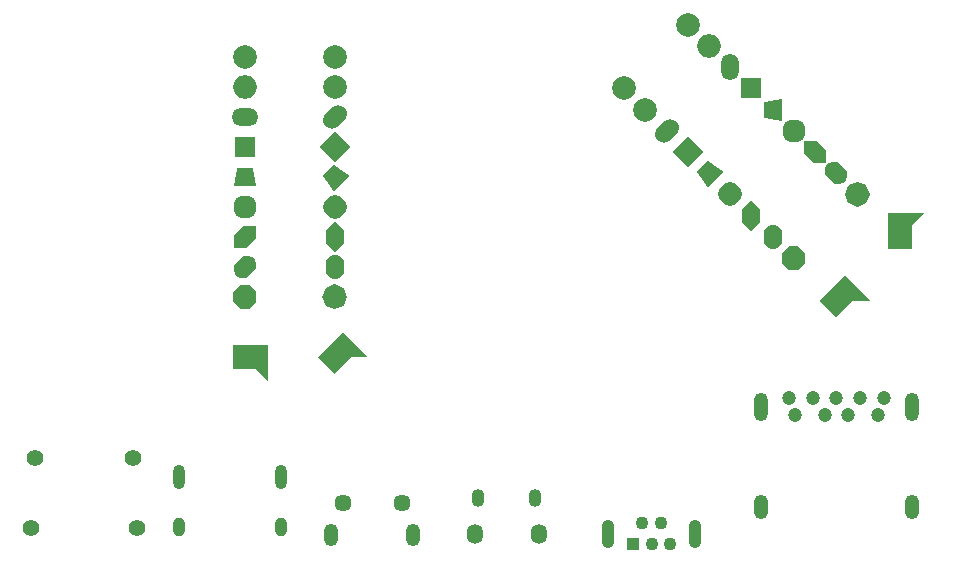
<source format=gbr>
G04 #@! TF.GenerationSoftware,KiCad,Pcbnew,5.99.0-unknown-9424d66d22~106~ubuntu18.04.1*
G04 #@! TF.CreationDate,2021-01-09T19:47:38+08:00*
G04 #@! TF.ProjectId,Flashpads,466c6173-6870-4616-9473-2e6b69636164,rev?*
G04 #@! TF.SameCoordinates,Original*
G04 #@! TF.FileFunction,Copper,L2,Bot*
G04 #@! TF.FilePolarity,Positive*
%FSLAX46Y46*%
G04 Gerber Fmt 4.6, Leading zero omitted, Abs format (unit mm)*
G04 Created by KiCad (PCBNEW 5.99.0-unknown-9424d66d22~106~ubuntu18.04.1) date 2021-01-09 19:47:38*
%MOMM*%
%LPD*%
G01*
G04 APERTURE LIST*
G04 Aperture macros list*
%AMRoundRect*
0 Rectangle with rounded corners*
0 $1 Rounding radius*
0 $2 $3 $4 $5 $6 $7 $8 $9 X,Y pos of 4 corners*
0 Add a 4 corners polygon primitive as box body*
4,1,4,$2,$3,$4,$5,$6,$7,$8,$9,$2,$3,0*
0 Add four circle primitives for the rounded corners*
1,1,$1+$1,$2,$3,0*
1,1,$1+$1,$4,$5,0*
1,1,$1+$1,$6,$7,0*
1,1,$1+$1,$8,$9,0*
0 Add four rect primitives between the rounded corners*
20,1,$1+$1,$2,$3,$4,$5,0*
20,1,$1+$1,$4,$5,$6,$7,0*
20,1,$1+$1,$6,$7,$8,$9,0*
20,1,$1+$1,$8,$9,$2,$3,0*%
%AMHorizOval*
0 Thick line with rounded ends*
0 $1 width*
0 $2 $3 position (X,Y) of the first rounded end (center of the circle)*
0 $4 $5 position (X,Y) of the second rounded end (center of the circle)*
0 Add line between two ends*
20,1,$1,$2,$3,$4,$5,0*
0 Add two circle primitives to create the rounded ends*
1,1,$1,$2,$3,0*
1,1,$1,$4,$5,0*%
%AMRotRect*
0 Rectangle, with rotation*
0 The origin of the aperture is its center*
0 $1 length*
0 $2 width*
0 $3 Rotation angle, in degrees counterclockwise*
0 Add horizontal line*
21,1,$1,$2,0,0,$3*%
%AMOutline4P*
0 Free polygon, 4 corners , with rotation*
0 The origin of the aperture is its center*
0 number of corners: always 4*
0 $1 to $8 corner X, Y*
0 $9 Rotation angle, in degrees counterclockwise*
0 create outline with 4 corners*
4,1,4,$1,$2,$3,$4,$5,$6,$7,$8,$1,$2,$9*%
%AMOutline5P*
0 Free polygon, 5 corners , with rotation*
0 The origin of the aperture is its center*
0 number of corners: always 8*
0 $1 to $10 corner X, Y*
0 $11 Rotation angle, in degrees counterclockwise*
0 create outline with 8 corners*
4,1,5,$1,$2,$3,$4,$5,$6,$7,$8,$9,$10,$1,$2,$11*%
%AMOutline6P*
0 Free polygon, 6 corners , with rotation*
0 The origin of the aperture is its center*
0 number of corners: always 6*
0 $1 to $12 corner X, Y*
0 $13 Rotation angle, in degrees counterclockwise*
0 create outline with 6 corners*
4,1,6,$1,$2,$3,$4,$5,$6,$7,$8,$9,$10,$11,$12,$1,$2,$13*%
%AMOutline7P*
0 Free polygon, 7 corners , with rotation*
0 The origin of the aperture is its center*
0 number of corners: always 7*
0 $1 to $14 corner X, Y*
0 $15 Rotation angle, in degrees counterclockwise*
0 create outline with 7 corners*
4,1,7,$1,$2,$3,$4,$5,$6,$7,$8,$9,$10,$11,$12,$13,$14,$1,$2,$15*%
%AMOutline8P*
0 Free polygon, 8 corners , with rotation*
0 The origin of the aperture is its center*
0 number of corners: always 8*
0 $1 to $16 corner X, Y*
0 $17 Rotation angle, in degrees counterclockwise*
0 create outline with 8 corners*
4,1,8,$1,$2,$3,$4,$5,$6,$7,$8,$9,$10,$11,$12,$13,$14,$15,$16,$1,$2,$17*%
G04 Aperture macros list end*
G04 #@! TA.AperFunction,ComponentPad*
%ADD10O,1.350000X1.700000*%
G04 #@! TD*
G04 #@! TA.AperFunction,ComponentPad*
%ADD11O,1.100000X1.500000*%
G04 #@! TD*
G04 #@! TA.AperFunction,ComponentPad*
%ADD12C,1.400000*%
G04 #@! TD*
G04 #@! TA.AperFunction,ComponentPad*
%ADD13O,1.100000X2.400000*%
G04 #@! TD*
G04 #@! TA.AperFunction,ComponentPad*
%ADD14C,1.100000*%
G04 #@! TD*
G04 #@! TA.AperFunction,ComponentPad*
%ADD15R,1.100000X1.100000*%
G04 #@! TD*
G04 #@! TA.AperFunction,ComponentPad*
%ADD16O,1.200000X2.100000*%
G04 #@! TD*
G04 #@! TA.AperFunction,ComponentPad*
%ADD17O,1.200000X2.400000*%
G04 #@! TD*
G04 #@! TA.AperFunction,ComponentPad*
%ADD18C,1.200000*%
G04 #@! TD*
G04 #@! TA.AperFunction,ComponentPad*
%ADD19O,1.000000X2.100000*%
G04 #@! TD*
G04 #@! TA.AperFunction,ComponentPad*
%ADD20O,1.000000X1.600000*%
G04 #@! TD*
G04 #@! TA.AperFunction,ComponentPad*
%ADD21O,1.200000X1.900000*%
G04 #@! TD*
G04 #@! TA.AperFunction,ComponentPad*
%ADD22C,1.450000*%
G04 #@! TD*
G04 #@! TA.AperFunction,ComponentPad*
%ADD23C,2.000000*%
G04 #@! TD*
G04 #@! TA.AperFunction,ComponentPad*
%ADD24HorizOval,2.000000X0.000000X0.000000X0.000000X0.000000X0*%
G04 #@! TD*
G04 #@! TA.AperFunction,ComponentPad*
%ADD25HorizOval,1.500000X0.265165X0.265165X-0.265165X-0.265165X0*%
G04 #@! TD*
G04 #@! TA.AperFunction,ComponentPad*
%ADD26RotRect,1.800000X1.800000X45.000000*%
G04 #@! TD*
G04 #@! TA.AperFunction,ComponentPad*
%ADD27Outline4P,-0.950000X-0.800000X0.950000X-0.800000X0.650000X0.800000X-0.650000X0.800000X45.000000*%
G04 #@! TD*
G04 #@! TA.AperFunction,ComponentPad*
%ADD28RoundRect,0.540000X0.000000X-0.509117X0.509117X0.000000X0.000000X0.509117X-0.509117X0.000000X0*%
G04 #@! TD*
G04 #@! TA.AperFunction,ComponentPad*
%ADD29Outline6P,0.180000X-0.900000X-0.900000X-0.900000X-0.900000X0.180000X-0.180000X0.900000X0.900000X0.900000X0.900000X-0.180000X45.000000*%
G04 #@! TD*
G04 #@! TA.AperFunction,ComponentPad*
%AMFp30*
4,1,19,0.180000,-0.899999,-0.360000,-0.899999,-0.472272,-0.888199,-0.610180,-0.838549,-0.729655,-0.753643,-0.821896,-0.639735,-0.880107,-0.505217,-0.899999,-0.360000,-0.899999,0.180000,-0.180000,0.899999,0.360000,0.899999,0.472272,0.888199,0.610180,0.838549,0.729655,0.753643,0.821896,0.639735,0.880107,0.505217,0.899999,0.360000,0.899999,-0.180000,0.180000,-0.899999,0.180000,-0.899999,$1*%
%ADD30Fp30,45.000000*%
G04 #@! TD*
G04 #@! TA.AperFunction,ComponentPad*
%AMFp31*
4,1,19,0.179999,-0.900000,-0.360000,-0.900000,-0.472272,-0.888200,-0.610180,-0.838550,-0.729655,-0.753643,-0.821897,-0.639735,-0.880108,-0.505216,-0.900000,-0.359999,-0.900000,0.180000,-0.179999,0.900000,0.360000,0.900000,0.472272,0.888200,0.610180,0.838550,0.729655,0.753643,0.821897,0.639735,0.880108,0.505216,0.900000,0.359999,0.900000,-0.180000,0.179999,-0.900000,0.179999,-0.900000,$1*%
%ADD31Fp31,90.000000*%
G04 #@! TD*
G04 #@! TA.AperFunction,ComponentPad*
%ADD32Outline6P,0.180000X-0.900000X-0.900000X-0.900000X-0.900000X0.180000X-0.180000X0.900000X0.900000X0.900000X0.900000X-0.180000X90.000000*%
G04 #@! TD*
G04 #@! TA.AperFunction,ComponentPad*
%ADD33RoundRect,0.540000X0.360000X-0.360000X0.360000X0.360000X-0.360000X0.360000X-0.360000X-0.360000X0*%
G04 #@! TD*
G04 #@! TA.AperFunction,ComponentPad*
%ADD34Outline4P,-0.950000X-0.800000X0.950000X-0.800000X0.650000X0.800000X-0.650000X0.800000X90.000000*%
G04 #@! TD*
G04 #@! TA.AperFunction,ComponentPad*
%ADD35R,1.800000X1.800000*%
G04 #@! TD*
G04 #@! TA.AperFunction,ComponentPad*
%ADD36O,1.500000X2.250000*%
G04 #@! TD*
G04 #@! TA.AperFunction,ComponentPad*
%ADD37O,2.000000X2.000000*%
G04 #@! TD*
G04 #@! TA.AperFunction,ComponentPad*
%AMFp38*
4,1,19,0.180000,-0.900000,-0.360000,-0.900000,-0.472272,-0.888200,-0.610180,-0.838550,-0.729655,-0.753643,-0.821897,-0.639735,-0.880108,-0.505217,-0.900000,-0.360000,-0.900000,0.180000,-0.180000,0.900000,0.360000,0.900000,0.472272,0.888200,0.610180,0.838550,0.729655,0.753643,0.821897,0.639735,0.880108,0.505217,0.900000,0.360000,0.900000,-0.180000,0.180000,-0.900000,0.180000,-0.900000,$1*%
%ADD38Fp38,0.000000*%
G04 #@! TD*
G04 #@! TA.AperFunction,ComponentPad*
%ADD39Outline6P,0.180000X-0.900000X-0.900000X-0.900000X-0.900000X0.180000X-0.180000X0.900000X0.900000X0.900000X0.900000X-0.180000X0.000000*%
G04 #@! TD*
G04 #@! TA.AperFunction,ComponentPad*
%ADD40RoundRect,0.540000X-0.360000X-0.360000X0.360000X-0.360000X0.360000X0.360000X-0.360000X0.360000X0*%
G04 #@! TD*
G04 #@! TA.AperFunction,ComponentPad*
%ADD41Outline4P,-0.950000X-0.800000X0.950000X-0.800000X0.650000X0.800000X-0.650000X0.800000X0.000000*%
G04 #@! TD*
G04 #@! TA.AperFunction,ComponentPad*
%ADD42O,2.250000X1.500000*%
G04 #@! TD*
G04 APERTURE END LIST*
D10*
G04 #@! TO.P,REF\u002A\u002A,6*
G04 #@! TO.N,N/C*
X65189000Y-66647000D03*
X59729000Y-66647000D03*
D11*
X64879000Y-63647000D03*
X60039000Y-63647000D03*
G04 #@! TD*
D12*
G04 #@! TO.P,REF\u002A\u002A,S1*
G04 #@! TO.N,N/C*
X22180000Y-66213000D03*
X31160000Y-66213000D03*
X30800000Y-60263000D03*
X22540000Y-60263000D03*
G04 #@! TD*
D13*
G04 #@! TO.P,REF\u002A\u002A,6*
G04 #@! TO.N,N/C*
X78364000Y-66661000D03*
X71064000Y-66661000D03*
D14*
G04 #@! TO.P,REF\u002A\u002A,5*
X76314000Y-67536000D03*
G04 #@! TO.P,REF\u002A\u002A,4*
X75514000Y-65786000D03*
G04 #@! TO.P,REF\u002A\u002A,3*
X74714000Y-67536000D03*
G04 #@! TO.P,REF\u002A\u002A,2*
X73914000Y-65786000D03*
D15*
G04 #@! TO.P,REF\u002A\u002A,1*
X73114000Y-67536000D03*
G04 #@! TD*
D16*
G04 #@! TO.P,REF\u002A\u002A,10*
G04 #@! TO.N,N/C*
X83968000Y-64392000D03*
X96768000Y-64392000D03*
D17*
X83968000Y-55892000D03*
X96768000Y-55892000D03*
D18*
G04 #@! TO.P,REF\u002A\u002A,9*
X86368000Y-55142000D03*
G04 #@! TO.P,REF\u002A\u002A,8*
X88368000Y-55142000D03*
G04 #@! TO.P,REF\u002A\u002A,7*
X90368000Y-55142000D03*
G04 #@! TO.P,REF\u002A\u002A,6*
X92368000Y-55142000D03*
G04 #@! TO.P,REF\u002A\u002A,5*
X94368000Y-55142000D03*
G04 #@! TO.P,REF\u002A\u002A,4*
X93868000Y-56642000D03*
G04 #@! TO.P,REF\u002A\u002A,3*
X91368000Y-56642000D03*
G04 #@! TO.P,REF\u002A\u002A,2*
X89368000Y-56642000D03*
G04 #@! TO.P,REF\u002A\u002A,1*
X86868000Y-56642000D03*
G04 #@! TD*
D19*
G04 #@! TO.P,REF\u002A\u002A,S1*
G04 #@! TO.N,N/C*
X43309000Y-61894000D03*
X34669000Y-61894000D03*
D20*
X34669000Y-66074000D03*
X43309000Y-66074000D03*
G04 #@! TD*
D21*
G04 #@! TO.P,REF\u002A\u002A,6*
G04 #@! TO.N,N/C*
X54554000Y-66769500D03*
X47554000Y-66769500D03*
D22*
X53554000Y-64069500D03*
X48554000Y-64069500D03*
G04 #@! TD*
D23*
G04 #@! TO.P,U2,1*
G04 #@! TO.N,N/C*
X72390000Y-28956000D03*
D24*
G04 #@! TO.P,U2,2*
X74186051Y-30752051D03*
D25*
G04 #@! TO.P,U2,3*
X75982102Y-32548102D03*
D26*
G04 #@! TO.P,U2,4*
X77778154Y-34344154D03*
D27*
G04 #@! TO.P,U2,5*
X79574205Y-36140205D03*
D28*
G04 #@! TO.P,U2,6*
X81370256Y-37936256D03*
D29*
G04 #@! TO.P,U2,7*
X83166307Y-39732307D03*
D30*
G04 #@! TO.P,U2,8*
X84962359Y-41528359D03*
G04 #@! TA.AperFunction,ComponentPad*
G04 #@! TO.P,U2,9*
G36*
X86375441Y-42340647D02*
G01*
X87141378Y-42340646D01*
X87141379Y-42340647D01*
X87183805Y-42358220D01*
X87724671Y-42899086D01*
X87737097Y-42929086D01*
X87742245Y-42941513D01*
X87742244Y-43707308D01*
X87724671Y-43749734D01*
X87183734Y-44290671D01*
X87183730Y-44290672D01*
X87183729Y-44290674D01*
X87165271Y-44298318D01*
X87141308Y-44308244D01*
X87141306Y-44308243D01*
X87141301Y-44308245D01*
X86375436Y-44308173D01*
X86357076Y-44300566D01*
X86333015Y-44290600D01*
X85792221Y-43749804D01*
X85792220Y-43749804D01*
X85774647Y-43707379D01*
X85774646Y-42941442D01*
X85781926Y-42923868D01*
X85792220Y-42899015D01*
X86333015Y-42358220D01*
X86375441Y-42340647D01*
G37*
G04 #@! TD.AperFunction*
G04 #@! TA.AperFunction,ComponentPad*
G04 #@! TO.P,U2,10*
G36*
X91416312Y-37173968D02*
G01*
X92123946Y-36880856D01*
X92123947Y-36880856D01*
X92169867Y-36880856D01*
X92876543Y-37173570D01*
X92899504Y-37196532D01*
X92909015Y-37206043D01*
X93202072Y-37913546D01*
X93202072Y-37959467D01*
X92909320Y-38666235D01*
X92909316Y-38666238D01*
X92909316Y-38666240D01*
X92895188Y-38680366D01*
X92876848Y-38698706D01*
X92876845Y-38698706D01*
X92876842Y-38698709D01*
X92169246Y-38991728D01*
X92149373Y-38991726D01*
X92123331Y-38991726D01*
X91416748Y-38699049D01*
X91416747Y-38699049D01*
X91384276Y-38666578D01*
X91091164Y-37958944D01*
X91091164Y-37939922D01*
X91091164Y-37913023D01*
X91383840Y-37206439D01*
X91416312Y-37173968D01*
G37*
G04 #@! TD.AperFunction*
D31*
G04 #@! TO.P,U2,11*
X90350512Y-36140205D03*
D32*
G04 #@! TO.P,U2,12*
X88554461Y-34344154D03*
D33*
G04 #@! TO.P,U2,13*
X86758410Y-32548102D03*
D34*
G04 #@! TO.P,U2,14*
X84962359Y-30752051D03*
D35*
G04 #@! TO.P,U2,15*
X83166307Y-28956000D03*
D36*
G04 #@! TO.P,U2,16*
X81370256Y-27159949D03*
D37*
G04 #@! TO.P,U2,17*
X79574205Y-25363898D03*
D23*
G04 #@! TO.P,U2,18*
X77778154Y-23567846D03*
G04 #@! TA.AperFunction,ComponentPad*
G04 #@! TO.P,U2,19*
G36*
X93178939Y-46916512D02*
G01*
X91764725Y-46916512D01*
X90350512Y-48330725D01*
X88936299Y-46916512D01*
X91057618Y-44795192D01*
X93178939Y-46916512D01*
G37*
G04 #@! TD.AperFunction*
G04 #@! TA.AperFunction,ComponentPad*
G04 #@! TO.P,U2,20*
G36*
X97738666Y-39528360D02*
G01*
X96738666Y-40528360D01*
X96738665Y-42528359D01*
X94738666Y-42528358D01*
X94738667Y-39528359D01*
X97738666Y-39528360D01*
G37*
G04 #@! TD.AperFunction*
G04 #@! TD*
G04 #@! TA.AperFunction,ComponentPad*
G04 #@! TO.P,U1,20*
G04 #@! TO.N,N/C*
G36*
X50707427Y-51689000D02*
G01*
X49293213Y-51689000D01*
X47879000Y-53103213D01*
X46464787Y-51689000D01*
X48586106Y-49567680D01*
X50707427Y-51689000D01*
G37*
G04 #@! TD.AperFunction*
G04 #@! TA.AperFunction,ComponentPad*
G04 #@! TO.P,U1,19*
G36*
X42259000Y-53689000D02*
G01*
X41259000Y-52689000D01*
X39259000Y-52689000D01*
X39259000Y-50689000D01*
X42259000Y-50689000D01*
X42259000Y-53689000D01*
G37*
G04 #@! TD.AperFunction*
G04 #@! TO.P,U1,18*
X47879000Y-26289000D03*
D24*
G04 #@! TO.P,U1,17*
X47879000Y-28829000D03*
D25*
G04 #@! TO.P,U1,16*
X47879000Y-31369000D03*
D26*
G04 #@! TO.P,U1,15*
X47879000Y-33909000D03*
D27*
G04 #@! TO.P,U1,14*
X47879000Y-36449000D03*
D28*
G04 #@! TO.P,U1,13*
X47879000Y-38989000D03*
D29*
G04 #@! TO.P,U1,12*
X47879000Y-41529000D03*
D30*
G04 #@! TO.P,U1,11*
X47879000Y-44069000D03*
G04 #@! TA.AperFunction,ComponentPad*
G04 #@! TO.P,U1,10*
G36*
X47901652Y-45553615D02*
G01*
X48609286Y-45846726D01*
X48609287Y-45846727D01*
X48641759Y-45879198D01*
X48934473Y-46585874D01*
X48934473Y-46618345D01*
X48934473Y-46631796D01*
X48641415Y-47339299D01*
X48608944Y-47371771D01*
X47902176Y-47664523D01*
X47902172Y-47664523D01*
X47902170Y-47664525D01*
X47882192Y-47664523D01*
X47856255Y-47664523D01*
X47856254Y-47664521D01*
X47856249Y-47664521D01*
X47148708Y-47371371D01*
X47134657Y-47357317D01*
X47116241Y-47338902D01*
X46823566Y-46632318D01*
X46823565Y-46632317D01*
X46823565Y-46586398D01*
X47116676Y-45878764D01*
X47130127Y-45865313D01*
X47149148Y-45846291D01*
X47855732Y-45553615D01*
X47901652Y-45553615D01*
G37*
G04 #@! TD.AperFunction*
G04 #@! TA.AperFunction,ComponentPad*
G04 #@! TO.P,U1,9*
G36*
X40683826Y-45642574D02*
G01*
X41225426Y-46184173D01*
X41225426Y-46184174D01*
X41243000Y-46226600D01*
X41243000Y-46991500D01*
X41230573Y-47021500D01*
X41225426Y-47033927D01*
X40683926Y-47575426D01*
X40641500Y-47593000D01*
X39876500Y-47593000D01*
X39876496Y-47592998D01*
X39876494Y-47592999D01*
X39858037Y-47585352D01*
X39834074Y-47575426D01*
X39834073Y-47575424D01*
X39834069Y-47575422D01*
X39292570Y-47033822D01*
X39284967Y-47015461D01*
X39275000Y-46991400D01*
X39275001Y-46226600D01*
X39275001Y-46226599D01*
X39292574Y-46184174D01*
X39834173Y-45642574D01*
X39851747Y-45635295D01*
X39876600Y-45625000D01*
X40641400Y-45625000D01*
X40683826Y-45642574D01*
G37*
G04 #@! TD.AperFunction*
D38*
G04 #@! TO.P,U1,8*
X40259000Y-44069000D03*
D39*
G04 #@! TO.P,U1,7*
X40259000Y-41529000D03*
D40*
G04 #@! TO.P,U1,6*
X40259000Y-38989000D03*
D41*
G04 #@! TO.P,U1,5*
X40259000Y-36449000D03*
D35*
G04 #@! TO.P,U1,4*
X40259000Y-33909000D03*
D42*
G04 #@! TO.P,U1,3*
X40259000Y-31369000D03*
D37*
G04 #@! TO.P,U1,2*
X40259000Y-28829000D03*
D23*
G04 #@! TO.P,U1,1*
X40259000Y-26289000D03*
G04 #@! TD*
M02*

</source>
